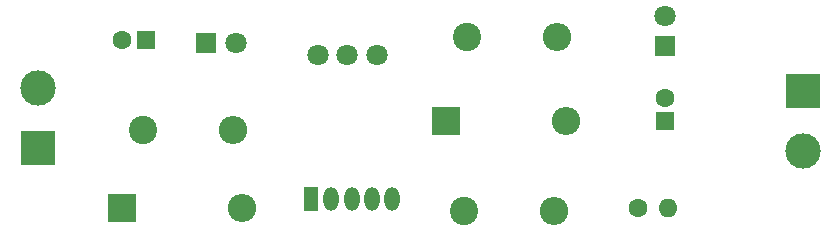
<source format=gtl>
G04 #@! TF.GenerationSoftware,KiCad,Pcbnew,(5.1.2)-2*
G04 #@! TF.CreationDate,2019-10-31T11:57:37-10:00*
G04 #@! TF.ProjectId,buck converter,6275636b-2063-46f6-9e76-65727465722e,rev?*
G04 #@! TF.SameCoordinates,Original*
G04 #@! TF.FileFunction,Copper,L1,Top*
G04 #@! TF.FilePolarity,Positive*
%FSLAX46Y46*%
G04 Gerber Fmt 4.6, Leading zero omitted, Abs format (unit mm)*
G04 Created by KiCad (PCBNEW (5.1.2)-2) date 2019-10-31 11:57:37*
%MOMM*%
%LPD*%
G04 APERTURE LIST*
%ADD10R,1.600000X1.600000*%
%ADD11C,1.600000*%
%ADD12O,2.400000X2.400000*%
%ADD13R,2.400000X2.400000*%
%ADD14R,1.800000X1.800000*%
%ADD15C,1.800000*%
%ADD16R,3.000000X3.000000*%
%ADD17C,3.000000*%
%ADD18C,2.400000*%
%ADD19R,1.275000X2.000000*%
%ADD20O,1.275000X2.000000*%
%ADD21O,1.600000X1.600000*%
G04 APERTURE END LIST*
D10*
X108966000Y-48768000D03*
D11*
X106966000Y-48768000D03*
X152908000Y-53626000D03*
D10*
X152908000Y-55626000D03*
D12*
X117094000Y-62992000D03*
D13*
X106934000Y-62992000D03*
X134366000Y-55626000D03*
D12*
X144526000Y-55626000D03*
D14*
X114046000Y-49022000D03*
D15*
X116586000Y-49022000D03*
X152908000Y-46736000D03*
D14*
X152908000Y-49276000D03*
D16*
X99822000Y-57912000D03*
D17*
X99822000Y-52832000D03*
X164592000Y-58166000D03*
D16*
X164592000Y-53086000D03*
D18*
X135890000Y-63246000D03*
D12*
X143510000Y-63246000D03*
X116332000Y-56388000D03*
D18*
X108712000Y-56388000D03*
X136144000Y-48514000D03*
D12*
X143764000Y-48514000D03*
D15*
X123524000Y-50038000D03*
X126024000Y-50038000D03*
X128524000Y-50038000D03*
D19*
X122994000Y-62230000D03*
D20*
X124694000Y-62230000D03*
X126394000Y-62230000D03*
X128094000Y-62230000D03*
X129794000Y-62230000D03*
D11*
X150622000Y-62992000D03*
D21*
X153162000Y-62992000D03*
M02*

</source>
